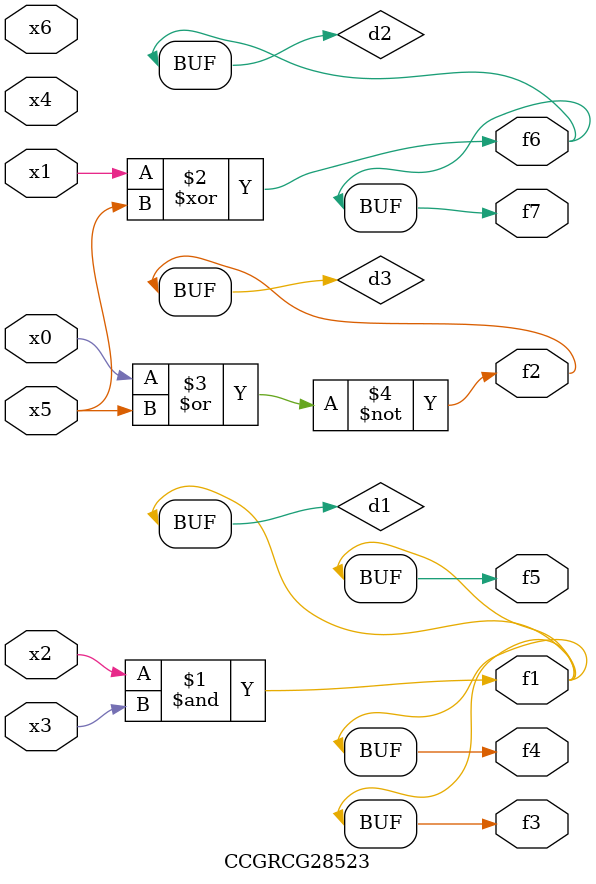
<source format=v>
module CCGRCG28523(
	input x0, x1, x2, x3, x4, x5, x6,
	output f1, f2, f3, f4, f5, f6, f7
);

	wire d1, d2, d3;

	and (d1, x2, x3);
	xor (d2, x1, x5);
	nor (d3, x0, x5);
	assign f1 = d1;
	assign f2 = d3;
	assign f3 = d1;
	assign f4 = d1;
	assign f5 = d1;
	assign f6 = d2;
	assign f7 = d2;
endmodule

</source>
